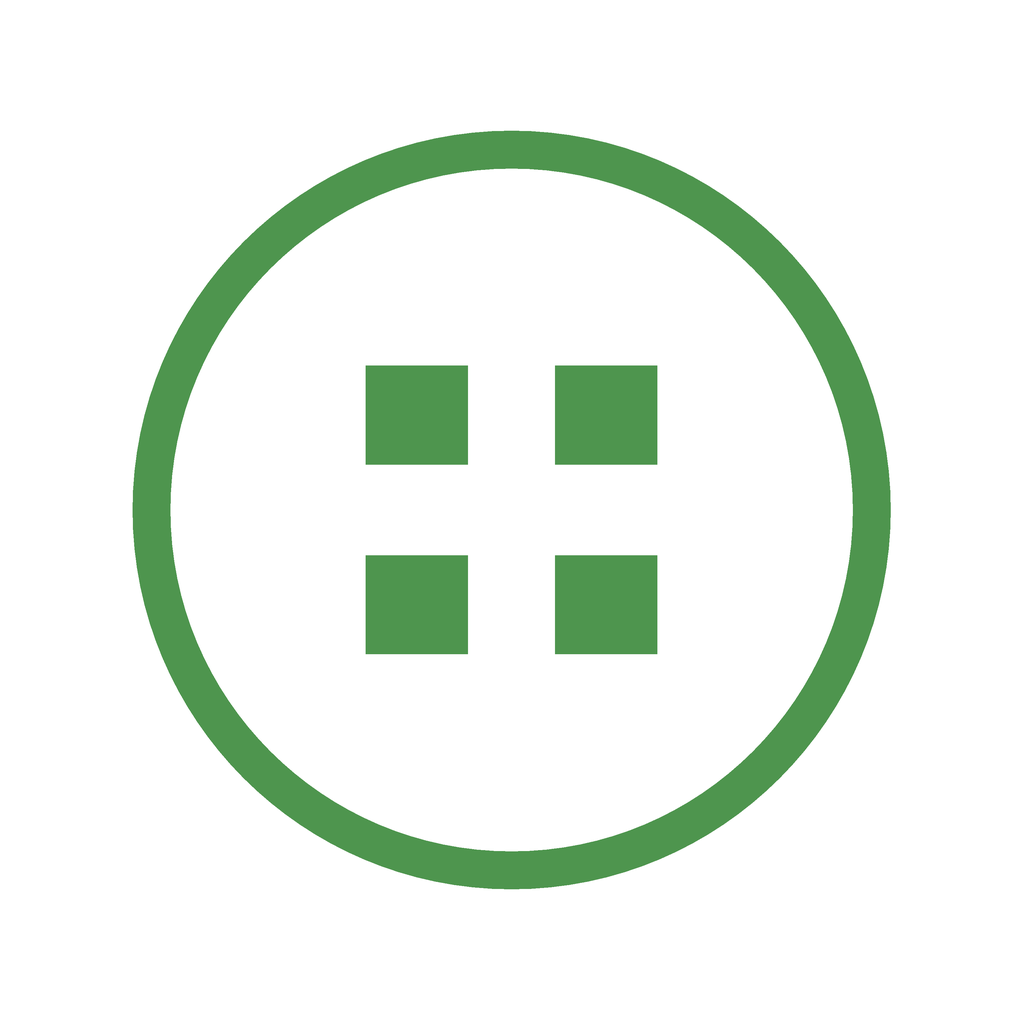
<source format=gbr>
G04 =======================================* 
G04 File Format: RS-274X * 
G04 Date:        April 27 2025 * 
G04 Time:        19:27:10 * 
G04 =======================================* 
G04 Format description *** 
G04 Code:          ASCII * 
G04 Unit:          Millimeter * 
G04 Coordinates:   Absolut * 
G04 Digits:        3.3-format * 
G04 Zeros skipped: Leading zeros omitted * 
G04 =======================================* 
%FSLAX33Y33*%
%MOMM*%
G90*
G71*
%ADD11C,180*%
%ADD10C,200*%
%LPD*%
G54D10*
X0Y0D03*
%LPC*%
G54D11*
X0Y0D03*
%LPD*%
G36*
G01X11500Y11945D02*
G01X38500Y11945D01*
G01X38500Y38055D01*
G01X11500Y38055D01*
G37*
%LPD*%
G36*
G01X-38500Y-38055D02*
G01X-11500Y-38055D01*
G01X-11500Y-11945D01*
G01X-38500Y-11945D01*
G37*
%LPD*%
G36*
G01X-38500Y11945D02*
G01X-11500Y11945D01*
G01X-11500Y38055D01*
G01X-38500Y38055D01*
G37*
%LPD*%
G36*
G01X11500Y-38055D02*
G01X38500Y-38055D01*
G01X38500Y-11945D01*
G01X11500Y-11945D01*
G37*
M02* 
G04 End Of Gerber File* 

</source>
